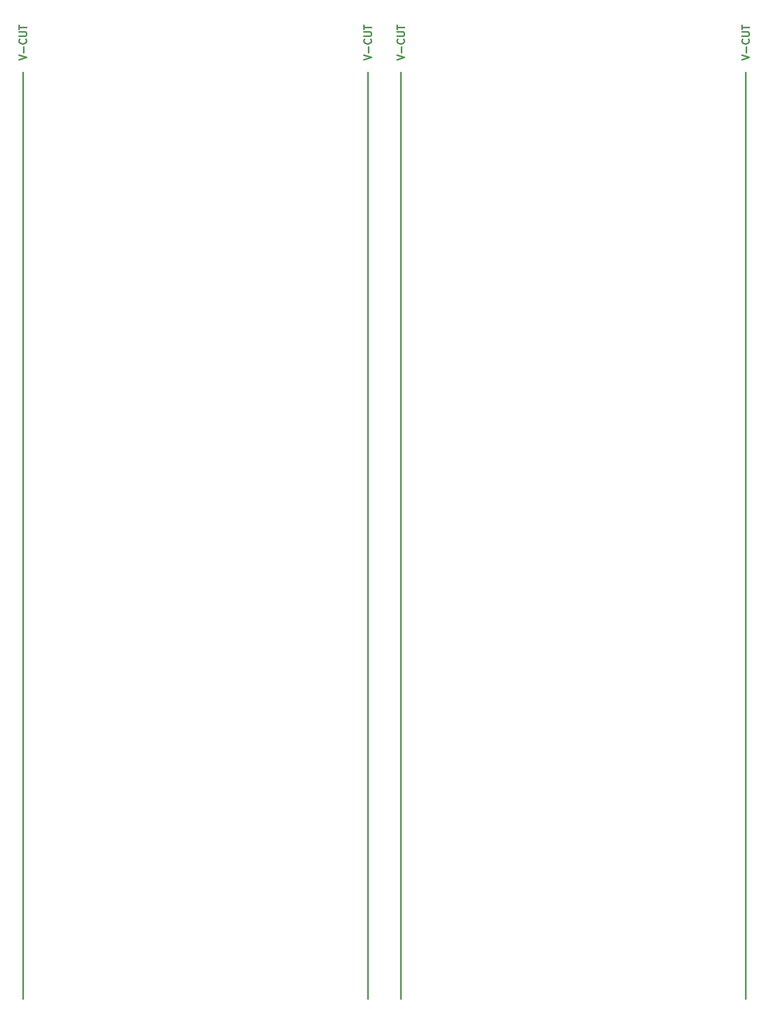
<source format=gbr>
G04 #@! TF.GenerationSoftware,KiCad,Pcbnew,5.99.0+really5.1.10+dfsg1-1*
G04 #@! TF.CreationDate,2021-09-29T09:26:04+02:00*
G04 #@! TF.ProjectId,ulx3s-panel,756c7833-732d-4706-916e-656c2e6b6963,rev?*
G04 #@! TF.SameCoordinates,Original*
G04 #@! TF.FileFunction,Other,Comment*
%FSLAX46Y46*%
G04 Gerber Fmt 4.6, Leading zero omitted, Abs format (unit mm)*
G04 Created by KiCad (PCBNEW 5.99.0+really5.1.10+dfsg1-1) date 2021-09-29 09:26:04*
%MOMM*%
%LPD*%
G01*
G04 APERTURE LIST*
%ADD10C,0.400000*%
G04 APERTURE END LIST*
D10*
X104774761Y102089477D02*
X106774761Y102756143D01*
X104774761Y103422810D01*
X106012857Y104089477D02*
X106012857Y105613286D01*
X106584285Y107708524D02*
X106679523Y107613286D01*
X106774761Y107327572D01*
X106774761Y107137096D01*
X106679523Y106851381D01*
X106489047Y106660905D01*
X106298571Y106565667D01*
X105917619Y106470429D01*
X105631904Y106470429D01*
X105250952Y106565667D01*
X105060476Y106660905D01*
X104870000Y106851381D01*
X104774761Y107137096D01*
X104774761Y107327572D01*
X104870000Y107613286D01*
X104965238Y107708524D01*
X104774761Y108565667D02*
X106393809Y108565667D01*
X106584285Y108660905D01*
X106679523Y108756143D01*
X106774761Y108946620D01*
X106774761Y109327572D01*
X106679523Y109518048D01*
X106584285Y109613286D01*
X106393809Y109708524D01*
X104774761Y109708524D01*
X104774761Y110375191D02*
X104774761Y111518048D01*
X106774761Y110946620D02*
X104774761Y110946620D01*
X105870000Y98639000D02*
X105870000Y-153599000D01*
X10794761Y102089477D02*
X12794761Y102756143D01*
X10794761Y103422810D01*
X12032857Y104089477D02*
X12032857Y105613286D01*
X12604285Y107708524D02*
X12699523Y107613286D01*
X12794761Y107327572D01*
X12794761Y107137096D01*
X12699523Y106851381D01*
X12509047Y106660905D01*
X12318571Y106565667D01*
X11937619Y106470429D01*
X11651904Y106470429D01*
X11270952Y106565667D01*
X11080476Y106660905D01*
X10890000Y106851381D01*
X10794761Y107137096D01*
X10794761Y107327572D01*
X10890000Y107613286D01*
X10985238Y107708524D01*
X10794761Y108565667D02*
X12413809Y108565667D01*
X12604285Y108660905D01*
X12699523Y108756143D01*
X12794761Y108946620D01*
X12794761Y109327572D01*
X12699523Y109518048D01*
X12604285Y109613286D01*
X12413809Y109708524D01*
X10794761Y109708524D01*
X10794761Y110375191D02*
X10794761Y111518048D01*
X12794761Y110946620D02*
X10794761Y110946620D01*
X11890000Y98639000D02*
X11890000Y-153599000D01*
X1794761Y102089477D02*
X3794761Y102756143D01*
X1794761Y103422810D01*
X3032857Y104089477D02*
X3032857Y105613286D01*
X3604285Y107708524D02*
X3699523Y107613286D01*
X3794761Y107327572D01*
X3794761Y107137096D01*
X3699523Y106851381D01*
X3509047Y106660905D01*
X3318571Y106565667D01*
X2937619Y106470429D01*
X2651904Y106470429D01*
X2270952Y106565667D01*
X2080476Y106660905D01*
X1890000Y106851381D01*
X1794761Y107137096D01*
X1794761Y107327572D01*
X1890000Y107613286D01*
X1985238Y107708524D01*
X1794761Y108565667D02*
X3413809Y108565667D01*
X3604285Y108660905D01*
X3699523Y108756143D01*
X3794761Y108946620D01*
X3794761Y109327572D01*
X3699523Y109518048D01*
X3604285Y109613286D01*
X3413809Y109708524D01*
X1794761Y109708524D01*
X1794761Y110375191D02*
X1794761Y111518048D01*
X3794761Y110946620D02*
X1794761Y110946620D01*
X2890000Y98639000D02*
X2890000Y-153599000D01*
X-92185239Y102089477D02*
X-90185239Y102756143D01*
X-92185239Y103422810D01*
X-90947143Y104089477D02*
X-90947143Y105613286D01*
X-90375715Y107708524D02*
X-90280477Y107613286D01*
X-90185239Y107327572D01*
X-90185239Y107137096D01*
X-90280477Y106851381D01*
X-90470953Y106660905D01*
X-90661429Y106565667D01*
X-91042381Y106470429D01*
X-91328096Y106470429D01*
X-91709048Y106565667D01*
X-91899524Y106660905D01*
X-92090000Y106851381D01*
X-92185239Y107137096D01*
X-92185239Y107327572D01*
X-92090000Y107613286D01*
X-91994762Y107708524D01*
X-92185239Y108565667D02*
X-90566191Y108565667D01*
X-90375715Y108660905D01*
X-90280477Y108756143D01*
X-90185239Y108946620D01*
X-90185239Y109327572D01*
X-90280477Y109518048D01*
X-90375715Y109613286D01*
X-90566191Y109708524D01*
X-92185239Y109708524D01*
X-92185239Y110375191D02*
X-92185239Y111518048D01*
X-90185239Y110946620D02*
X-92185239Y110946620D01*
X-91090000Y98639000D02*
X-91090000Y-153599000D01*
M02*

</source>
